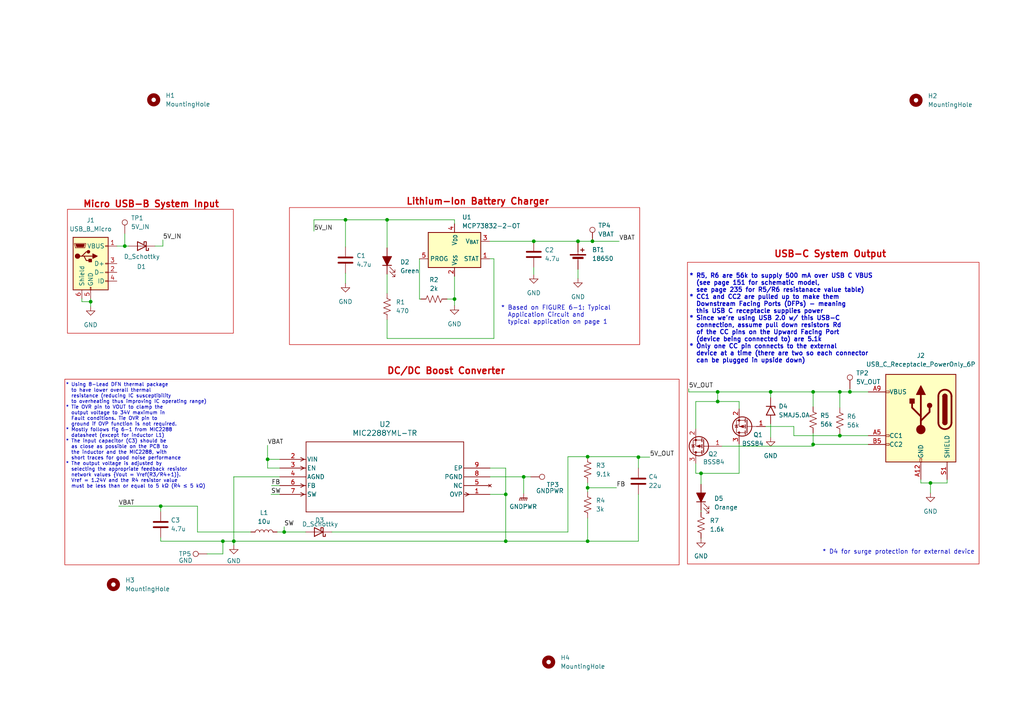
<source format=kicad_sch>
(kicad_sch (version 20230121) (generator eeschema)
  (paper "A4")
  (title_block (title "Lithium-Ion Battery Charger Schematic") (date "2024-07-29") (rev "1") (company "Author: Logan Kesting"))
  (lib_symbols
    (symbol "Battery_Management:MCP73832-2-OT"
      (property "Reference" "U" (at -7.62 6.35 0))
      (property "Value" "MCP73832-2-OT" (at 1.27 6.35 0))
      (symbol "MCP73832-2-OT_0_1"
        (rectangle (start -7.62 5.08) (end 7.62 -5.08) (stroke (width 0.254)) (fill (type background)))
      )
      (symbol "MCP73832-2-OT_1_1"
        (pin output line (at 10.16 -2.54 180) (length 2.54) (name "STAT") (number "1"))
        (pin power_in line (at 0 -7.62 90) (length 2.54) (name "V_{SS}") (number "2"))
        (pin power_out line (at 10.16 2.54 180) (length 2.54) (name "V_{BAT}") (number "3"))
        (pin power_in line (at 0 7.62 270) (length 2.54) (name "V_{DD}") (number "4"))
        (pin input line (at -10.16 -2.54 0) (length 2.54) (name "PROG") (number "5"))
      )
    )
    (symbol "Connector:TestPoint" (pin_numbers hide) (pin_names (offset 0.762) hide)
      (property "Reference" "TP" (at 0 6.858 0))
      (property "Value" "TestPoint" (at 0 5.08 0))
      (symbol "TestPoint_0_1"
        (circle (center 0 3.302) (radius 0.762))
      )
      (symbol "TestPoint_1_1"
        (pin passive line (at 0 0 90) (length 2.54) (name "1") (number "1"))
      )
    )
    (symbol "Connector:USB_B_Micro" (pin_names (offset 1.016))
      (property "Reference" "J" (at -5.08 11.43 0))
      (property "Value" "USB_B_Micro" (at -5.08 8.89 0))
      (symbol "USB_B_Micro_0_1"
        (rectangle (start -5.08 -7.62) (end 5.08 7.62) (stroke (width 0.254)) (fill (type background)))
        (circle (center -3.81 2.159) (radius 0.635) (stroke (width 0.254)) (fill (type outline)))
        (circle (center -0.635 3.429) (radius 0.381) (stroke (width 0.254)) (fill (type outline)))
        (rectangle (start -0.127 -7.62) (end 0.127 -6.858))
        (polyline (pts (xy -1.905 2.159) (xy 0.635 2.159)) (stroke (width 0.254)))
        (polyline (pts (xy -3.175 2.159) (xy -2.54 2.159) (xy -1.27 3.429) (xy -0.635 3.429)) (stroke (width 0.254)))
        (polyline (pts (xy -2.54 2.159) (xy -1.905 2.159) (xy -1.27 0.889) (xy 0 0.889)) (stroke (width 0.254)))
        (polyline (pts (xy 0.635 2.794) (xy 0.635 1.524) (xy 1.905 2.159) (xy 0.635 2.794)) (stroke (width 0.254)) (fill (type outline)))
        (polyline (pts (xy -4.318 5.588) (xy -1.778 5.588) (xy -2.032 4.826) (xy -4.064 4.826) (xy -4.318 5.588)) (fill (type outline)))
        (polyline (pts (xy -4.699 5.842) (xy -4.699 5.588) (xy -4.445 4.826) (xy -4.445 4.572) (xy -1.651 4.572) (xy -1.651 4.826) (xy -1.397 5.588) (xy -1.397 5.842) (xy -4.699 5.842)))
        (rectangle (start 0.254 1.27) (end -0.508 0.508) (stroke (width 0.254)) (fill (type outline)))
        (rectangle (start 5.08 -5.207) (end 4.318 -4.953))
        (rectangle (start 5.08 -2.667) (end 4.318 -2.413))
        (rectangle (start 5.08 -0.127) (end 4.318 0.127))
        (rectangle (start 5.08 4.953) (end 4.318 5.207))
      )
      (symbol "USB_B_Micro_1_1"
        (pin power_out line (at 7.62 5.08 180) (length 2.54) (name "VBUS") (number "1"))
        (pin bidirectional line (at 7.62 -2.54 180) (length 2.54) (name "D-") (number "2"))
        (pin bidirectional line (at 7.62 0 180) (length 2.54) (name "D+") (number "3"))
        (pin passive line (at 7.62 -5.08 180) (length 2.54) (name "ID") (number "4"))
        (pin power_out line (at 0 -10.16 90) (length 2.54) (name "GND") (number "5"))
        (pin passive line (at -2.54 -10.16 90) (length 2.54) (name "Shield") (number "6"))
      )
    )
    (symbol "Connector:USB_C_Receptacle_PowerOnly_6P" (pin_names (offset 1.016))
      (property "Reference" "J" (at 0 16.51 0))
      (property "Value" "USB_C_Receptacle_PowerOnly_6P" (at 0 13.97 0))
      (symbol "USB_C_Receptacle_PowerOnly_6P_0_0"
        (rectangle (start -0.254 -12.7) (end 0.254 -11.684))
        (rectangle (start 10.16 -7.366) (end 9.144 -7.874))
        (rectangle (start 10.16 -4.826) (end 9.144 -5.334))
        (rectangle (start 10.16 7.874) (end 9.144 7.366))
      )
      (symbol "USB_C_Receptacle_PowerOnly_6P_0_1"
        (rectangle (start -10.16 12.7) (end 10.16 -12.7) (stroke (width 0.254)) (fill (type background)))
        (arc (start -8.89 -1.27) (mid -6.985 -3.1667) (end -5.08 -1.27) (stroke (width 0.508)))
        (arc (start -7.62 -1.27) (mid -6.985 -1.9023) (end -6.35 -1.27) (stroke (width 0.254)))
        (arc (start -7.62 -1.27) (mid -6.985 -1.9023) (end -6.35 -1.27) (stroke (width 0.254)) (fill (type outline)))
        (rectangle (start -7.62 -1.27) (end -6.35 6.35) (stroke (width 0.254)) (fill (type outline)))
        (arc (start -6.35 6.35) (mid -6.985 6.9823) (end -7.62 6.35) (stroke (width 0.254)))
        (arc (start -6.35 6.35) (mid -6.985 6.9823) (end -7.62 6.35) (stroke (width 0.254)) (fill (type outline)))
        (arc (start -5.08 6.35) (mid -6.985 8.2467) (end -8.89 6.35) (stroke (width 0.508)))
        (circle (center -2.54 3.683) (radius 0.635) (stroke (width 0.254)) (fill (type outline)))
        (circle (center 0 -3.302) (radius 1.27) (fill (type outline)))
        (polyline (pts (xy -8.89 -1.27) (xy -8.89 6.35)) (stroke (width 0.508)))
        (polyline (pts (xy -5.08 6.35) (xy -5.08 -1.27)) (stroke (width 0.508)))
        (polyline (pts (xy 0 -3.302) (xy 0 6.858)) (stroke (width 0.508)))
        (polyline (pts (xy 0 -0.762) (xy -2.54 1.778) (xy -2.54 3.048)) (stroke (width 0.508)))
        (polyline (pts (xy 0 0.508) (xy 2.54 3.048) (xy 2.54 4.318)) (stroke (width 0.508)))
        (polyline (pts (xy -1.27 6.858) (xy 0 9.398) (xy 1.27 6.858) (xy -1.27 6.858)) (stroke (width 0.254)) (fill (type outline)))
        (rectangle (start 1.905 4.318) (end 3.175 5.588) (stroke (width 0.254)) (fill (type outline)))
      )
      (symbol "USB_C_Receptacle_PowerOnly_6P_1_1"
        (pin passive line (at 0 -17.78 90) (length 5.08) (name "GND") (number "A12"))
        (pin bidirectional line (at 15.24 -5.08 180) (length 5.08) (name "CC1") (number "A5"))
        (pin passive line (at 15.24 7.62 180) (length 5.08) (name "VBUS") (number "A9"))
        (pin passive line (at 0 -17.78 90) (length 5.08) hide (name "GND") (number "B12"))
        (pin bidirectional line (at 15.24 -7.62 180) (length 5.08) (name "CC2") (number "B5"))
        (pin passive line (at 15.24 7.62 180) (length 5.08) hide (name "VBUS") (number "B9"))
        (pin passive line (at -7.62 -17.78 90) (length 5.08) (name "SHIELD") (number "S1"))
      )
    )
    (symbol "Device:Battery_Cell" (pin_numbers hide) (pin_names (offset 0) hide)
      (property "Reference" "BT" (at 2.54 2.54 0))
      (property "Value" "Battery_Cell" (at 2.54 0 0))
      (symbol "Battery_Cell_0_1"
        (rectangle (start -2.286 1.778) (end 2.286 1.524) (fill (type outline)))
        (rectangle (start -1.524 1.016) (end 1.524 0.508) (fill (type outline)))
        (polyline (pts (xy 0 0.762) (xy 0 0)))
        (polyline (pts (xy 0 1.778) (xy 0 2.54)))
        (polyline (pts (xy 0.762 3.048) (xy 1.778 3.048)) (stroke (width 0.254)))
        (polyline (pts (xy 1.27 3.556) (xy 1.27 2.54)) (stroke (width 0.254)))
      )
      (symbol "Battery_Cell_1_1"
        (pin passive line (at 0 5.08 270) (length 2.54) (name "+") (number "1"))
        (pin passive line (at 0 -2.54 90) (length 2.54) (name "-") (number "2"))
      )
    )
    (symbol "Device:C" (pin_numbers hide) (pin_names (offset 0.254))
      (property "Reference" "C" (at 0.635 2.54 0))
      (property "Value" "C" (at 0.635 -2.54 0))
      (symbol "C_0_1"
        (polyline (pts (xy -2.032 -0.762) (xy 2.032 -0.762)) (stroke (width 0.508)))
        (polyline (pts (xy -2.032 0.762) (xy 2.032 0.762)) (stroke (width 0.508)))
      )
      (symbol "C_1_1"
        (pin passive line (at 0 3.81 270) (length 2.794) (name "~") (number "1"))
        (pin passive line (at 0 -3.81 90) (length 2.794) (name "~") (number "2"))
      )
    )
    (symbol "Device:D_Schottky" (pin_numbers hide) (pin_names (offset 1.016) hide)
      (property "Reference" "D" (at 0 2.54 0))
      (property "Value" "D_Schottky" (at 0 -2.54 0))
      (symbol "D_Schottky_0_1"
        (polyline (pts (xy 1.27 0) (xy -1.27 0)))
        (polyline (pts (xy 1.27 1.27) (xy 1.27 -1.27) (xy -1.27 0) (xy 1.27 1.27)) (stroke (width 0.254)))
        (polyline (pts (xy -1.905 0.635) (xy -1.905 1.27) (xy -1.27 1.27) (xy -1.27 -1.27) (xy -0.635 -1.27) (xy -0.635 -0.635)) (stroke (width 0.254)))
      )
      (symbol "D_Schottky_1_1"
        (pin passive line (at -3.81 0 0) (length 2.54) (name "K") (number "1"))
        (pin passive line (at 3.81 0 180) (length 2.54) (name "A") (number "2"))
      )
    )
    (symbol "Device:L" (pin_numbers hide) (pin_names (offset 1.016) hide)
      (property "Reference" "L" (at -1.27 0 90))
      (property "Value" "L" (at 1.905 0 90))
      (symbol "L_0_1"
        (arc (start 0 -2.54) (mid 0.6323 -1.905) (end 0 -1.27))
        (arc (start 0 -1.27) (mid 0.6323 -0.635) (end 0 0))
        (arc (start 0 0) (mid 0.6323 0.635) (end 0 1.27))
        (arc (start 0 1.27) (mid 0.6323 1.905) (end 0 2.54))
      )
      (symbol "L_1_1"
        (pin passive line (at 0 3.81 270) (length 1.27) (name "1") (number "1"))
        (pin passive line (at 0 -3.81 90) (length 1.27) (name "2") (number "2"))
      )
    )
    (symbol "Device:LED_Filled" (pin_numbers hide) (pin_names (offset 1.016) hide)
      (property "Reference" "D" (at 0 2.54 0))
      (property "Value" "LED_Filled" (at 0 -2.54 0))
      (symbol "LED_Filled_0_1"
        (polyline (pts (xy -1.27 -1.27) (xy -1.27 1.27)) (stroke (width 0.254)))
        (polyline (pts (xy -1.27 0) (xy 1.27 0)))
        (polyline (pts (xy 1.27 -1.27) (xy 1.27 1.27) (xy -1.27 0) (xy 1.27 -1.27)) (stroke (width 0.254)) (fill (type outline)))
        (polyline (pts (xy -3.048 -0.762) (xy -4.572 -2.286) (xy -3.81 -2.286) (xy -4.572 -2.286) (xy -4.572 -1.524)))
        (polyline (pts (xy -1.778 -0.762) (xy -3.302 -2.286) (xy -2.54 -2.286) (xy -3.302 -2.286) (xy -3.302 -1.524)))
      )
      (symbol "LED_Filled_1_1"
        (pin passive line (at -3.81 0 0) (length 2.54) (name "K") (number "1"))
        (pin passive line (at 3.81 0 180) (length 2.54) (name "A") (number "2"))
      )
    )
    (symbol "Device:R_US" (pin_numbers hide) (pin_names (offset 0))
      (property "Reference" "R" (at 2.54 0 90))
      (property "Value" "R_US" (at -2.54 0 90))
      (symbol "R_US_0_1"
        (polyline (pts (xy 0 -2.286) (xy 0 -2.54)))
        (polyline (pts (xy 0 2.286) (xy 0 2.54)))
        (polyline (pts (xy 0 -0.762) (xy 1.016 -1.143) (xy 0 -1.524) (xy -1.016 -1.905) (xy 0 -2.286)))
        (polyline (pts (xy 0 0.762) (xy 1.016 0.381) (xy 0 0) (xy -1.016 -0.381) (xy 0 -0.762)))
        (polyline (pts (xy 0 2.286) (xy 1.016 1.905) (xy 0 1.524) (xy -1.016 1.143) (xy 0 0.762)))
      )
      (symbol "R_US_1_1"
        (pin passive line (at 0 3.81 270) (length 1.27) (name "~") (number "1"))
        (pin passive line (at 0 -3.81 90) (length 1.27) (name "~") (number "2"))
      )
    )
    (symbol "Diode:SMAJ5.0A" (pin_numbers hide) (pin_names (offset 1.016) hide)
      (property "Reference" "D" (at 0 2.54 0))
      (property "Value" "SMAJ5.0A" (at 0 -2.54 0))
      (symbol "SMAJ5.0A_0_1"
        (polyline (pts (xy -0.762 1.27) (xy -1.27 1.27) (xy -1.27 -1.27)) (stroke (width 0.254)))
        (polyline (pts (xy 1.27 1.27) (xy 1.27 -1.27) (xy -1.27 0) (xy 1.27 1.27)) (stroke (width 0.254)))
      )
      (symbol "SMAJ5.0A_1_1"
        (pin passive line (at -3.81 0 0) (length 2.54) (name "A1") (number "1"))
        (pin passive line (at 3.81 0 180) (length 2.54) (name "A2") (number "2"))
      )
    )
    (symbol "MIC2288:MIC2288YML-TR" (pin_names (offset 0.254))
      (property "Reference" "U2" (at 30.48 10.16 0))
      (property "Value" "MIC2288YML-TR" (at 30.48 7.62 0))
      (symbol "MIC2288YML-TR_0_1"
        (polyline (pts (xy 7.0993 -10.16) (xy 6.0579 -10.6807)) (stroke (width 0.2032)))
        (polyline (pts (xy 7.0993 -10.16) (xy 6.0579 -9.6393)) (stroke (width 0.2032)))
        (polyline (pts (xy 7.0993 -7.62) (xy 6.0579 -8.1407)) (stroke (width 0.2032)))
        (polyline (pts (xy 7.0993 -7.62) (xy 6.0579 -7.0993)) (stroke (width 0.2032)))
        (polyline (pts (xy 7.0993 -2.54) (xy 6.0579 -3.0607)) (stroke (width 0.2032)))
        (polyline (pts (xy 7.0993 -2.54) (xy 6.0579 -2.0193)) (stroke (width 0.2032)))
        (polyline (pts (xy 7.0993 0) (xy 6.0579 -0.5207)) (stroke (width 0.2032)))
        (polyline (pts (xy 7.0993 0) (xy 6.0579 0.5207)) (stroke (width 0.2032)))
        (polyline (pts (xy 7.62 -15.24) (xy 53.34 -15.24)) (stroke (width 0.2032)))
        (polyline (pts (xy 7.62 5.08) (xy 7.62 -15.24)) (stroke (width 0.2032)))
        (polyline (pts (xy 53.34 -15.24) (xy 53.34 5.08)) (stroke (width 0.2032)))
        (polyline (pts (xy 53.34 5.08) (xy 7.62 5.08)) (stroke (width 0.2032)))
        (polyline (pts (xy 53.8607 -10.6807) (xy 54.9021 -10.16)) (stroke (width 0.2032)))
        (polyline (pts (xy 53.8607 -9.6393) (xy 54.9021 -10.16)) (stroke (width 0.2032)))
        (pin output line (at 60.96 -10.16 180) (length 7.62) (name "OVP") (number "1"))
        (pin input line (at 0 0 0) (length 7.62) (name "VIN") (number "2"))
        (pin input line (at 0 -2.54 0) (length 7.62) (name "EN") (number "3"))
        (pin power_in line (at 0 -5.08 0) (length 7.62) (name "AGND") (number "4"))
        (pin no_connect line (at 60.96 -7.62 180) (length 7.62) (name "NC") (number "5"))
        (pin input line (at 0 -7.62 0) (length 7.62) (name "FB") (number "6"))
        (pin input line (at 0 -10.16 0) (length 7.62) (name "SW") (number "7"))
        (pin power_in line (at 60.96 -5.08 180) (length 7.62) (name "PGND") (number "8"))
      )
      (symbol "MIC2288YML-TR_1_1"
        (pin unspecified line (at 60.96 -2.54 180) (length 7.62) (name "EP") (number "9"))
      )
    )
    (symbol "Mechanical:MountingHole" (pin_names (offset 1.016))
      (property "Reference" "H" (at 0 5.08 0))
      (property "Value" "MountingHole" (at 0 3.175 0))
      (symbol "MountingHole_0_1"
        (circle (center 0 0) (radius 1.27) (stroke (width 1.27)))
      )
    )
    (symbol "Transistor_FET:BSS84" (pin_names hide)
      (property "Reference" "Q" (at 5.08 1.905 0))
      (property "Value" "BSS84" (at 5.08 0 0))
      (symbol "BSS84_0_1"
        (polyline (pts (xy 0.254 0) (xy -2.54 0)))
        (polyline (pts (xy 0.254 1.905) (xy 0.254 -1.905)) (stroke (width 0.254)))
        (polyline (pts (xy 0.762 -1.27) (xy 0.762 -2.286)) (stroke (width 0.254)))
        (polyline (pts (xy 0.762 0.508) (xy 0.762 -0.508)) (stroke (width 0.254)))
        (polyline (pts (xy 0.762 2.286) (xy 0.762 1.27)) (stroke (width 0.254)))
        (polyline (pts (xy 2.54 2.54) (xy 2.54 1.778)))
        (polyline (pts (xy 2.54 -2.54) (xy 2.54 0) (xy 0.762 0)))
        (polyline (pts (xy 0.762 1.778) (xy 3.302 1.778) (xy 3.302 -1.778) (xy 0.762 -1.778)))
        (polyline (pts (xy 2.286 0) (xy 1.27 0.381) (xy 1.27 -0.381) (xy 2.286 0)) (fill (type outline)))
        (polyline (pts (xy 2.794 -0.508) (xy 2.921 -0.381) (xy 3.683 -0.381) (xy 3.81 -0.254)))
        (polyline (pts (xy 3.302 -0.381) (xy 2.921 0.254) (xy 3.683 0.254) (xy 3.302 -0.381)))
        (circle (center 1.651 0) (radius 2.794) (stroke (width 0.254)))
        (circle (center 2.54 -1.778) (radius 0.254) (fill (type outline)))
        (circle (center 2.54 1.778) (radius 0.254) (fill (type outline)))
      )
      (symbol "BSS84_1_1"
        (pin input line (at -5.08 0 0) (length 2.54) (name "G") (number "1"))
        (pin passive line (at 2.54 -5.08 90) (length 2.54) (name "S") (number "2"))
        (pin passive line (at 2.54 5.08 270) (length 2.54) (name "D") (number "3"))
      )
    )
    (symbol "power:GND" (power) (pin_names (offset 0))
      (property "Value" "GND" (at 0 -3.81 0))
      (symbol "GND_0_1"
        (polyline (pts (xy 0 0) (xy 0 -1.27) (xy 1.27 -1.27) (xy 0 -2.54) (xy -1.27 -1.27) (xy 0 -1.27)))
      )
      (symbol "GND_1_1"
        (pin power_in line (at 0 0 270) (length 0) hide (name "GND") (number "1"))
      )
    )
    (symbol "power:GNDPWR" (power) (pin_names (offset 0))
      (property "Value" "GNDPWR" (at 0 -3.302 0))
      (symbol "GNDPWR_0_1"
        (polyline (pts (xy 0 -1.27) (xy 0 0)))
        (polyline (pts (xy -1.016 -1.27) (xy -1.27 -2.032) (xy -1.27 -2.032)) (stroke (width 0.2032)))
        (polyline (pts (xy -0.508 -1.27) (xy -0.762 -2.032) (xy -0.762 -2.032)) (stroke (width 0.2032)))
        (polyline (pts (xy 0 -1.27) (xy -0.254 -2.032) (xy -0.254 -2.032)) (stroke (width 0.2032)))
        (polyline (pts (xy 0.508 -1.27) (xy 0.254 -2.032) (xy 0.254 -2.032)) (stroke (width 0.2032)))
        (polyline (pts (xy 1.016 -1.27) (xy -1.016 -1.27) (xy -1.016 -1.27)) (stroke (width 0.2032)))
        (polyline (pts (xy 1.016 -1.27) (xy 0.762 -2.032) (xy 0.762 -2.032) (xy 0.762 -2.032)) (stroke (width 0.2032)))
      )
      (symbol "GNDPWR_1_1"
        (pin power_in line (at 0 0 270) (length 0) hide (name "GNDPWR") (number "1"))
      )
    )
  )
  (junction (at 235.839 128.905))
  (junction (at 243.586 113.665))
  (junction (at 246.507 113.665))
  (junction (at 170.434 156.972))
  (junction (at 146.685 143.383))
  (junction (at 208.153 116.459))
  (junction (at 36.195 71.374))
  (junction (at 146.685 156.972))
  (junction (at 100.203 63.754))
  (junction (at 185.166 132.588))
  (junction (at 82.423 154.305))
  (junction (at 203.327 137.287))
  (junction (at 112.268 63.754))
  (junction (at 131.826 86.741))
  (junction (at 151.892 138.303))
  (junction (at 46.609 146.812))
  (junction (at 77.6175 133.223))
  (junction (at 64.643 156.972))
  (junction (at 243.586 126.365))
  (junction (at 154.813 69.977))
  (junction (at 170.434 132.461))
  (junction (at 269.875 140.081))
  (junction (at 171.831 69.977))
  (junction (at 170.434 141.478))
  (junction (at 67.818 156.972))
  (junction (at 235.839 113.665))
  (junction (at 208.153 113.665))
  (junction (at 26.289 87.503))
  (junction (at 167.64 69.977))
  (junction (at 223.52 113.665))
  (wire (pts (xy 77.597 129.159) (xy 77.597 133.223)))
  (wire (pts (xy 235.839 113.665) (xy 243.586 113.665)))
  (wire (pts (xy 96.266 154.305) (xy 164.719 154.305)))
  (wire (pts (xy 201.803 134.493) (xy 201.803 137.287)))
  (wire (pts (xy 167.64 78.105) (xy 167.64 80.772)))
  (wire (pts (xy 230.251 126.365) (xy 243.586 126.365)))
  (wire (pts (xy 112.268 92.71) (xy 112.268 98.171)))
  (wire (pts (xy 46.609 156.972) (xy 64.643 156.972)))
  (wire (pts (xy 235.839 128.905) (xy 251.841 128.905)))
  (wire (pts (xy 274.701 139.065) (xy 274.701 140.081)))
  (wire (pts (xy 67.7672 138.3284) (xy 67.7672 138.303)))
  (wire (pts (xy 77.6175 133.223) (xy 77.6175 135.763)))
  (wire (pts (xy 67.7672 138.303) (xy 81.153 138.303)))
  (wire (pts (xy 36.195 67.818) (xy 36.195 71.374)))
  (wire (pts (xy 91.059 63.754) (xy 91.059 67.056)))
  (wire (pts (xy 235.839 125.603) (xy 235.839 128.905)))
  (wire (pts (xy 167.64 70.485) (xy 167.64 69.977)))
  (wire (pts (xy 203.327 148.082) (xy 203.327 148.463)))
  (wire (pts (xy 201.803 116.459) (xy 208.153 116.459)))
  (wire (pts (xy 46.609 146.812) (xy 46.609 148.336)))
  (wire (pts (xy 167.64 69.977) (xy 171.831 69.977)))
  (wire (pts (xy 201.803 124.333) (xy 201.803 116.459)))
  (wire (pts (xy 100.203 63.754) (xy 112.268 63.754)))
  (wire (pts (xy 37.338 71.374) (xy 36.195 71.374)))
  (wire (pts (xy 235.839 113.665) (xy 235.839 117.983)))
  (wire (pts (xy 154.813 77.597) (xy 154.813 79.629)))
  (wire (pts (xy 154.813 69.977) (xy 141.986 69.977)))
  (wire (pts (xy 46.609 146.812) (xy 57.277 146.812)))
  (wire (pts (xy 67.818 156.972) (xy 67.818 158.115)))
  (wire (pts (xy 57.277 154.305) (xy 57.277 146.812)))
  (wire (pts (xy 146.685 135.763) (xy 146.685 143.383)))
  (wire (pts (xy 185.166 132.588) (xy 185.166 135.763)))
  (wire (pts (xy 243.586 126.365) (xy 251.841 126.365)))
  (wire (pts (xy 46.609 155.956) (xy 46.609 156.972)))
  (wire (pts (xy 267.081 140.081) (xy 269.875 140.081)))
  (wire (pts (xy 223.52 113.665) (xy 235.839 113.665)))
  (wire (pts (xy 131.826 64.897) (xy 131.826 63.754)))
  (wire (pts (xy 214.376 118.618) (xy 214.376 116.459)))
  (wire (pts (xy 100.203 71.628) (xy 100.203 63.754)))
  (wire (pts (xy 243.586 125.857) (xy 243.586 126.365)))
  (wire (pts (xy 230.251 123.698) (xy 230.251 126.365)))
  (wire (pts (xy 82.423 152.781) (xy 82.423 154.305)))
  (wire (pts (xy 208.153 113.665) (xy 223.52 113.665)))
  (wire (pts (xy 77.6175 133.223) (xy 81.153 133.223)))
  (wire (pts (xy 131.826 80.137) (xy 131.826 86.741)))
  (wire (pts (xy 203.327 137.287) (xy 203.327 140.462)))
  (wire (pts (xy 185.166 132.588) (xy 188.468 132.588)))
  (wire (pts (xy 112.268 98.171) (xy 143.256 98.171)))
  (wire (pts (xy 121.666 86.741) (xy 122.047 86.741)))
  (wire (pts (xy 208.153 113.665) (xy 208.153 116.459)))
  (wire (pts (xy 235.839 129.413) (xy 235.839 128.905)))
  (wire (pts (xy 170.434 140.081) (xy 170.434 141.478)))
  (wire (pts (xy 141.986 75.057) (xy 143.256 75.057)))
  (wire (pts (xy 185.166 156.972) (xy 170.434 156.972)))
  (wire (pts (xy 170.434 150.241) (xy 170.434 156.972)))
  (wire (pts (xy 164.719 132.461) (xy 164.719 154.305)))
  (wire (pts (xy 151.892 138.303) (xy 153.924 138.303)))
  (wire (pts (xy 142.113 138.303) (xy 151.892 138.303)))
  (wire (pts (xy 46.609 146.812) (xy 34.417 146.812)))
  (wire (pts (xy 170.434 132.461) (xy 164.719 132.461)))
  (wire (pts (xy 112.268 63.754) (xy 112.268 71.882)))
  (wire (pts (xy 214.376 137.287) (xy 214.376 128.778)))
  (wire (pts (xy 78.74 140.843) (xy 81.153 140.843)))
  (wire (pts (xy 33.909 71.374) (xy 36.195 71.374)))
  (wire (pts (xy 243.586 113.665) (xy 246.507 113.665)))
  (wire (pts (xy 80.391 154.305) (xy 82.423 154.305)))
  (wire (pts (xy 23.749 86.614) (xy 23.749 87.503)))
  (wire (pts (xy 170.434 141.478) (xy 170.434 142.621)))
  (wire (pts (xy 246.507 113.665) (xy 251.841 113.665)))
  (wire (pts (xy 203.327 156.083) (xy 203.327 156.21)))
  (wire (pts (xy 203.327 137.287) (xy 214.376 137.287)))
  (wire (pts (xy 64.643 156.972) (xy 67.818 156.972)))
  (wire (pts (xy 143.256 98.171) (xy 143.256 75.057)))
  (wire (pts (xy 223.52 113.665) (xy 223.52 115.316)))
  (wire (pts (xy 269.875 140.081) (xy 269.875 143.002)))
  (wire (pts (xy 112.268 79.502) (xy 112.268 85.09)))
  (wire (pts (xy 151.892 138.303) (xy 151.892 143.129)))
  (wire (pts (xy 88.646 154.305) (xy 82.423 154.305)))
  (wire (pts (xy 91.059 63.754) (xy 100.203 63.754)))
  (wire (pts (xy 243.586 113.665) (xy 243.586 118.237)))
  (wire (pts (xy 60.071 160.655) (xy 64.643 160.655)))
  (wire (pts (xy 199.771 112.776) (xy 199.771 113.665)))
  (wire (pts (xy 81.153 143.383) (xy 78.613 143.383)))
  (wire (pts (xy 208.153 116.459) (xy 214.376 116.459)))
  (wire (pts (xy 246.507 112.776) (xy 246.507 113.665)))
  (wire (pts (xy 201.803 137.287) (xy 203.327 137.287)))
  (wire (pts (xy 274.701 140.081) (xy 269.875 140.081)))
  (wire (pts (xy 67.818 138.3284) (xy 67.818 156.972)))
  (wire (pts (xy 131.826 88.646) (xy 131.826 86.741)))
  (wire (pts (xy 44.958 71.374) (xy 47.244 71.374)))
  (wire (pts (xy 171.831 69.977) (xy 179.578 69.977)))
  (wire (pts (xy 121.666 75.057) (xy 121.666 86.741)))
  (wire (pts (xy 142.113 143.383) (xy 146.685 143.383)))
  (wire (pts (xy 223.52 122.936) (xy 223.52 126.873)))
  (wire (pts (xy 170.434 156.972) (xy 146.685 156.972)))
  (wire (pts (xy 146.685 156.972) (xy 67.818 156.972)))
  (wire (pts (xy 26.289 86.614) (xy 26.289 87.503)))
  (wire (pts (xy 209.423 129.413) (xy 235.839 129.413)))
  (wire (pts (xy 23.749 87.503) (xy 26.289 87.503)))
  (wire (pts (xy 129.667 86.741) (xy 131.826 86.741)))
  (wire (pts (xy 185.166 132.461) (xy 185.166 132.588)))
  (wire (pts (xy 67.818 138.3284) (xy 67.7672 138.3284)))
  (wire (pts (xy 77.6175 133.223) (xy 77.597 133.223)))
  (wire (pts (xy 167.64 69.977) (xy 154.813 69.977)))
  (wire (pts (xy 26.289 87.503) (xy 26.289 88.9)))
  (wire (pts (xy 77.6175 135.763) (xy 81.153 135.763)))
  (wire (pts (xy 100.203 79.248) (xy 100.203 82.169)))
  (wire (pts (xy 170.434 141.478) (xy 178.816 141.478)))
  (wire (pts (xy 47.244 69.596) (xy 47.244 71.374)))
  (wire (pts (xy 199.771 113.665) (xy 208.153 113.665)))
  (wire (pts (xy 57.277 154.305) (xy 72.771 154.305)))
  (wire (pts (xy 64.643 160.655) (xy 64.643 156.972)))
  (wire (pts (xy 131.826 63.754) (xy 112.268 63.754)))
  (wire (pts (xy 142.113 135.763) (xy 146.685 135.763)))
  (wire (pts (xy 146.685 143.383) (xy 146.685 156.972)))
  (wire (pts (xy 170.434 132.461) (xy 185.166 132.461)))
  (wire (pts (xy 185.166 143.383) (xy 185.166 156.972)))
  (wire (pts (xy 267.081 139.065) (xy 267.081 140.081)))
  (wire (pts (xy 221.996 123.698) (xy 230.251 123.698)))
  (rectangle (start 19.558 60.706) (end 67.691 96.647) (stroke (width 0) (color 194 0 0 1)))
  (rectangle (start 199.39 76.073) (end 283.972 163.576) (stroke (width 0) (color 194 0 0 1)))
  (rectangle (start 18.796 109.982) (end 196.977 163.83) (stroke (width 0) (color 194 0 0 1)))
  (rectangle (start 83.947 60.198) (end 185.547 99.949) (stroke (width 0) (color 194 0 0 1)))
  (text "USB-C System Output" (at 224.409 74.93 0) (effects (font (size 1.905 1.905) (thickness 0.381) bold) (justify left bottom)))
  (text "* R5, R6 are 56k to supply 500 mA over USB C VBUS \n  (see page 151 for schematic model, \n  see page 235 for R5/R6 resistanace value table)\n* CC1 and CC2 are pulled up to make them\n  Downstream Facing Ports (DFPs) - meaning \n  this USB C receptacle supplies power\n* Since we're using USB 2.0 w/ this USB-C\n  connection, assume pull down resistors Rd \n  of the CC pins on the Upward Facing Port \n  (device being connected to) are 5.1k\n* Only one CC pin connects to the external \n  device at a time (there are two so each connector\n  can be plugged in upside down)" (at 199.898 105.41 0) (effects (font (size 1.27 1.27) (thickness 0.254) bold) (justify left bottom)))
  (text "Lithium-Ion Battery Charger" (at 117.729 59.69 0) (effects (font (size 1.905 1.905) (thickness 0.381) bold) (justify left bottom)))
  (text "* Using 8-Lead DFN thermal package\n  to have lower overall thermal \n  resistance (reducing IC susceptibility \n  to overheating thus improving IC operating range)\n* Tie OVR pin to VOUT to clamp the\n  output voltage to 34V maximum in \n  Fault conditions. Tie OVR pin to \n  ground if OVP function is not required.\n* Mostly follows fig 6-1 from MIC2288 \n  datasheet (except for inductor L1)\n* The input capacitor (C3) should be\n  as close as possible on the PCB to \n  the inductor and the MIC2288, with \n  short traces for good noise performance\n* The output voltage is adjusted by \n  selecting the appropriate feedback resistor\n  network values {Vout = Vref(R3/R4+1)}.\n  Vref = 1.24V and the R4 resistor value \n  must be less than or equal to 5 kΩ (R4 ≤ 5 kΩ)" (at 19.05 141.732 0) (effects (font (size 1.016 1.016)) (justify left bottom)))
  (text "* Based on FIGURE 6-1: Typical \n  Application Circuit and \n  typical application on page 1" (at 145.288 94.234 0) (effects (font (size 1.27 1.27)) (justify left bottom)))
  (text "DC/DC Boost Converter" (at 112.141 108.839 0) (effects (font (size 1.905 1.905) (thickness 0.381) bold) (justify left bottom)))
  (text "* D4 for surge protection for external device" (at 238.506 160.909 0) (effects (font (size 1.27 1.27)) (justify left bottom)))
  (text "Micro USB-B System Input" (at 24.003 60.452 0) (effects (font (size 1.905 1.905) (thickness 0.381) bold) (justify left bottom)))
  (label "VBAT" (at 34.417 146.812 0))
  (label "SW" (at 82.423 152.781 0))
  (label "FB" (at 178.816 141.478 0))
  (label "VBAT" (at 179.578 69.977 0))
  (label "5V_IN" (at 47.244 69.596 0))
  (label "FB" (at 78.74 140.843 0))
  (label "5V_IN" (at 91.059 67.056 0))
  (label "5V_OUT" (at 188.468 132.588 0))
  (label "5V_OUT" (at 199.771 112.776 0))
  (label "VBAT" (at 77.597 129.159 0))
  (label "SW" (at 78.613 143.383 0))
  (symbol (lib_id "Device:R_US") (at 112.268 88.9 0) (unit 1)
    (property "Reference" "R1" (at 114.808 87.63 0) (effects (justify left)))
    (property "Value" "470" (at 114.808 90.17 0) (effects (justify left)))
    (property "Footprint" "Resistor_SMD:R_1206_3216Metric_Pad1.30x1.75mm_HandSolder" (effects hide))
    (property "Datasheet" "https://www.te.com/usa-en/product-1623517-1.datasheet.pdf" (effects hide))
    (property "Digikey Part Number" "A106077CT-ND" (effects hide))
  )
  (symbol (lib_id "power:GND") (at 203.327 156.21 0) (unit 1)
    (property "Reference" "#PWR05" (effects hide))
    (property "Value" "GND" (at 203.327 161.29 0))
  )
  (symbol (lib_id "MIC2288:MIC2288YML-TR") (at 81.153 133.223 0) (unit 1)
    (property "Reference" "U2" (at 111.633 123.063 0) (effects (font (size 1.524 1.524))))
    (property "Value" "MIC2288YML-TR" (at 111.633 125.603 0) (effects (font (size 1.524 1.524))))
    (property "Footprint" "Package_DFN_QFN:MLF-8_ML_MCH" (effects hide))
    (property "Datasheet" "https://ww1.microchip.com/downloads/en/DeviceDoc/MIC2288-Data-Sheet-DS20006034C.pdf" (effects hide))
    (property "Digikey Part Number" "576-1075-1-ND" (effects hide))
  )
  (symbol (lib_id "Device:LED_Filled") (at 112.268 75.692 90) (unit 1)
    (property "Reference" "D2" (at 116.078 76.0095 90) (effects (justify right)))
    (property "Value" "Green" (at 116.078 78.5495 90) (effects (justify right)))
    (property "Footprint" "LED_SMD:LED_1206_3216Metric_Pad1.42x1.75mm_HandSolder" (effects hide))
    (property "Datasheet" "https://mm.digikey.com/Volume0/opasdata/d220001/medias/docus/655/QTLP650%28C%2CD%29-2%2C3%2C4%2C7%2CB.pdf" (effects hide))
    (property "Digikey Part Number" "1080-1419-1-ND" (effects hide))
  )
  (symbol (lib_id "Mechanical:MountingHole") (at 44.577 28.956 0) (unit 1)
    (property "Reference" "H1" (at 48.006 27.686 0) (effects (justify left)))
    (property "Value" "MountingHole" (at 48.006 30.226 0) (effects (justify left)))
    (property "Footprint" "MountingHole:MountingHole_3mm" (effects hide))
  )
  (symbol (lib_id "Connector:USB_C_Receptacle_PowerOnly_6P") (at 267.081 121.285 0) (mirror y) (unit 1)
    (property "Reference" "J2" (at 267.081 103.124 0))
    (property "Value" "USB_C_Receptacle_PowerOnly_6P" (at 267.081 105.664 0))
    (property "Footprint" "Connector_USB:USB_C_Receptacle_GCT_USB4135-GF-A_6P_TopMnt_Horizontal" (effects hide))
    (property "Datasheet" "https://mm.digikey.com/Volume0/opasdata/d220001/medias/docus/5561/USB4135%20-%20Product%20Drawing.pdf" (effects hide))
    (property "Digikey Part Number" "2073-USB4135-GF-ACT-ND" (effects hide))
  )
  (symbol (lib_id "power:GND") (at 223.52 126.873 0) (unit 1)
    (property "Reference" "#PWR09" (effects hide))
    (property "Value" "GND" (at 223.52 132.207 0))
  )
  (symbol (lib_id "Mechanical:MountingHole") (at 159.131 192.024 0) (unit 1)
    (property "Reference" "H4" (at 162.56 190.754 0) (effects (justify left)))
    (property "Value" "MountingHole" (at 162.56 193.294 0) (effects (justify left)))
    (property "Footprint" "MountingHole:MountingHole_3mm" (effects hide))
  )
  (symbol (lib_id "Transistor_FET:BSS84") (at 216.916 123.698 180) (unit 1)
    (property "Reference" "Q1" (at 221.234 126.111 0) (effects (justify left)))
    (property "Value" "BSS84" (at 221.488 128.651 0) (effects (justify left)))
    (property "Footprint" "Package_TO_SOT_SMD:SOT-23" (effects hide))
    (property "Datasheet" "http://assets.nexperia.com/documents/data-sheet/BSS84.pdf" (effects hide))
    (property "Digikey Part Number" "1727-2931-1-ND" (effects hide))
  )
  (symbol (lib_id "Diode:SMAJ5.0A") (at 223.52 119.126 270) (unit 1)
    (property "Reference" "D4" (at 225.806 117.856 90) (effects (justify left)))
    (property "Value" "SMAJ5.0A" (at 225.806 120.396 90) (effects (justify left)))
    (property "Footprint" "Diode_SMD:D_SMA" (effects hide))
    (property "Datasheet" "https://www.littelfuse.com/media?resourcetype=datasheets&itemid=13c2a823-03b8-4d1f-9ddc-9b44670aed9d&filename=littelfuse-tvs-diode-smaj-datasheet" (effects hide))
    (property "Digikey Part Number" "SMAJ5.0ALFCT-ND" (effects hide))
  )
  (symbol (lib_id "Device:D_Schottky") (at 41.148 71.374 180) (unit 1)
    (property "Reference" "D1" (at 41.021 77.343 0))
    (property "Value" "D_Schottky" (at 41.148 74.422 0))
    (property "Footprint" "Diode_SMD:D_1206_3216Metric_Pad1.42x1.75mm_HandSolder" (effects hide))
    (property "Datasheet" "https://datasheets.kyocera-avx.com/schottky.pdf" (effects hide))
    (property "Digikey Part Number" "478-7806-1-ND" (effects hide))
  )
  (symbol (lib_id "Device:D_Schottky") (at 92.456 154.305 180) (unit 1)
    (property "Reference" "D3" (at 92.71 150.876 0))
    (property "Value" "D_Schottky" (at 92.837 152.019 0))
    (property "Footprint" "Diode_SMD:D_1206_3216Metric_Pad1.42x1.75mm_HandSolder" (effects hide))
    (property "Datasheet" "https://datasheets.kyocera-avx.com/schottky.pdf" (effects hide))
    (property "Digikey Part Number" "478-7806-1-ND" (effects hide))
  )
  (symbol (lib_id "Device:R_US") (at 243.586 122.047 0) (unit 1)
    (property "Reference" "R6" (at 245.618 120.777 0) (effects (justify left)))
    (property "Value" "56k" (at 245.618 123.317 0) (effects (justify left)))
    (property "Footprint" "Resistor_SMD:R_1206_3216Metric_Pad1.30x1.75mm_HandSolder" (effects hide))
    (property "Datasheet" "https://www.seielect.com/catalog/sei-rmcf_rmcp.pdf" (effects hide))
    (property "Digikey Part Number" "RMCF1206JT56K0CT-ND" (effects hide))
  )
  (symbol (lib_id "Device:R_US") (at 125.857 86.741 90) (unit 1)
    (property "Reference" "R2" (at 125.857 81.153 90))
    (property "Value" "2k" (at 125.857 83.693 90))
    (property "Footprint" "Resistor_SMD:R_1206_3216Metric_Pad1.30x1.75mm_HandSolder" (effects hide))
    (property "Datasheet" "https://www.yageo.com/upload/media/product/products/datasheet/rchip/PYu-RC_Group_51_RoHS_L_12.pdf" (effects hide))
    (property "Digikey Part Number" "311-2.00KFRCT-ND" (effects hide))
  )
  (symbol (lib_id "Device:C") (at 185.166 139.573 0) (unit 1)
    (property "Reference" "C4" (at 188.087 138.303 0) (effects (justify left)))
    (property "Value" "22u" (at 188.087 140.843 0) (effects (justify left)))
    (property "Footprint" "Capacitor_SMD:C_1206_3216Metric_Pad1.33x1.80mm_HandSolder" (effects hide))
    (property "Datasheet" "https://datasheets.kyocera-avx.com/cx5r-KGM.pdf" (effects hide))
    (property "Digikey Part Number" "478-KGM31HR50J226KUCT-ND" (effects hide))
  )
  (symbol (lib_id "Device:C") (at 100.203 75.438 0) (unit 1)
    (property "Reference" "C1" (at 103.378 74.168 0) (effects (justify left)))
    (property "Value" "4.7u" (at 103.378 76.708 0) (effects (justify left)))
    (property "Footprint" "Capacitor_SMD:C_1812_4532Metric_Pad1.57x3.40mm_HandSolder" (effects hide))
    (property "Datasheet" "https://content.kemet.com/datasheets/KEM_C1002_X7R_SMD.pdf" (effects hide))
    (property "Digikey Part Number" "399-14738-1-ND" (effects hide))
  )
  (symbol (lib_id "Connector:TestPoint") (at 60.071 160.655 90) (unit 1)
    (property "Reference" "TP5" (at 55.499 160.655 90) (effects (justify left)))
    (property "Value" "GND" (at 55.88 162.56 90) (effects (justify left)))
    (property "Footprint" "TestPoint:TestPoint_THTPad_D2.5mm_Drill1.2mm" (effects hide))
    (property "Datasheet" "https://www.keyelco.com/userAssets/file/M65p56.pdf" (effects hide))
    (property "Digikey Part Number" "36-5001-ND" (effects hide))
  )
  (symbol (lib_id "Device:C") (at 154.813 73.787 0) (unit 1)
    (property "Reference" "C2" (at 157.988 72.517 0) (effects (justify left)))
    (property "Value" "4.7u" (at 157.988 75.057 0) (effects (justify left)))
    (property "Footprint" "Capacitor_SMD:C_1812_4532Metric_Pad1.57x3.40mm_HandSolder" (effects hide))
    (property "Datasheet" "https://content.kemet.com/datasheets/KEM_C1002_X7R_SMD.pdf" (effects hide))
    (property "Digikey Part Number" "399-14738-1-ND" (effects hide))
  )
  (symbol (lib_id "power:GND") (at 154.813 79.629 0) (unit 1)
    (property "Reference" "#PWR03" (effects hide))
    (property "Value" "GND" (at 154.813 84.963 0))
  )
  (symbol (lib_id "Device:LED_Filled") (at 203.327 144.272 90) (unit 1)
    (property "Reference" "D5" (at 207.137 144.5895 90) (effects (justify right)))
    (property "Value" "Orange" (at 207.137 147.1295 90) (effects (justify right)))
    (property "Footprint" "LED_SMD:LED_1206_3216Metric_Pad1.42x1.75mm_HandSolder" (effects hide))
    (property "Datasheet" "https://www.kingbrightusa.com/images/catalog/SPEC/APT3216LSECK-J4-PRV.pdf" (effects hide))
    (property "Digikey Part Number" "754-1941-1-ND" (effects hide))
  )
  (symbol (lib_id "Device:R_US") (at 170.434 146.431 0) (unit 1)
    (property "Reference" "R4" (at 172.847 145.161 0) (effects (justify left)))
    (property "Value" "3k" (at 172.847 147.701 0) (effects (justify left)))
    (property "Footprint" "Resistor_SMD:R_1206_3216Metric_Pad1.30x1.75mm_HandSolder" (effects hide))
    (property "Datasheet" "https://www.yageo.com/upload/media/product/products/datasheet/rchip/PYu-RC_Group_51_RoHS_L_12.pdf" (effects hide))
    (property "Digikey Part Number" "311-3.00KFRCT-ND" (effects hide))
  )
  (symbol (lib_id "Connector:TestPoint") (at 246.507 112.776 0) (unit 1)
    (property "Reference" "TP2" (at 248.285 108.204 0) (effects (justify left)))
    (property "Value" "5V_OUT" (at 248.285 110.744 0) (effects (justify left)))
    (property "Footprint" "TestPoint:TestPoint_THTPad_D2.5mm_Drill1.2mm" (effects hide))
    (property "Datasheet" "https://www.keyelco.com/userAssets/file/M65p56.pdf" (effects hide))
    (property "Digikey Part Number" "36-5001-ND" (effects hide))
  )
  (symbol (lib_id "power:GNDPWR") (at 151.892 143.129 0) (unit 1)
    (property "Reference" "#PWR011" (effects hide))
    (property "Value" "GNDPWR" (at 151.765 146.939 0))
  )
  (symbol (lib_id "Device:R_US") (at 235.839 121.793 0) (unit 1)
    (property "Reference" "R5" (at 237.871 120.523 0) (effects (justify left)))
    (property "Value" "56k" (at 237.871 123.063 0) (effects (justify left)))
    (property "Footprint" "Resistor_SMD:R_1206_3216Metric_Pad1.30x1.75mm_HandSolder" (effects hide))
    (property "Datasheet" "https://www.seielect.com/catalog/sei-rmcf_rmcp.pdf" (effects hide))
    (property "Digikey Part Number" "RMCF1206JT56K0CT-ND" (effects hide))
  )
  (symbol (lib_id "Mechanical:MountingHole") (at 32.893 169.545 0) (unit 1)
    (property "Reference" "H3" (at 36.322 168.275 0) (effects (justify left)))
    (property "Value" "MountingHole" (at 36.322 170.815 0) (effects (justify left)))
    (property "Footprint" "MountingHole:MountingHole_3mm" (effects hide))
  )
  (symbol (lib_id "power:GND") (at 269.875 143.002 0) (unit 1)
    (property "Reference" "#PWR08" (effects hide))
    (property "Value" "GND" (at 269.875 148.336 0))
  )
  (symbol (lib_id "power:GND") (at 67.818 158.115 0) (unit 1)
    (property "Reference" "#PWR07" (effects hide))
    (property "Value" "GND" (at 67.818 162.687 0))
  )
  (symbol (lib_id "Device:L") (at 76.581 154.305 90) (unit 1)
    (property "Reference" "L1" (at 76.581 148.717 90))
    (property "Value" "10u" (at 76.581 151.257 90))
    (property "Footprint" "Inductor_SMD:L_Abracon_ASPI-4030S" (effects hide))
    (property "Datasheet" "https://abracon.com/Magnetics/power/ASPI-4030S.pdf" (effects hide))
    (property "Digikey Part Number" "535-12314-1-ND" (effects hide))
  )
  (symbol (lib_id "Connector:TestPoint") (at 36.195 67.818 0) (unit 1)
    (property "Reference" "TP1" (at 37.973 63.246 0) (effects (justify left)))
    (property "Value" "5V_IN" (at 37.973 65.786 0) (effects (justify left)))
    (property "Footprint" "TestPoint:TestPoint_THTPad_D2.5mm_Drill1.2mm" (effects hide))
    (property "Datasheet" "https://www.keyelco.com/userAssets/file/M65p56.pdf" (effects hide))
    (property "Digikey Part Number" "36-5001-ND" (effects hide))
  )
  (symbol (lib_id "power:GND") (at 100.203 82.169 0) (unit 1)
    (property "Reference" "#PWR01" (effects hide))
    (property "Value" "GND" (at 100.203 87.503 0))
  )
  (symbol (lib_id "Device:R_US") (at 203.327 152.273 0) (unit 1)
    (property "Reference" "R7" (at 205.867 151.003 0) (effects (justify left)))
    (property "Value" "1.6k" (at 205.867 153.543 0) (effects (justify left)))
    (property "Footprint" "Resistor_SMD:R_1206_3216Metric_Pad1.30x1.75mm_HandSolder" (effects hide))
    (property "Datasheet" "https://www.yageo.com/upload/media/product/products/datasheet/rchip/PYu-RC_Group_51_RoHS_L_12.pdf" (effects hide))
    (property "Digikey Part Number" "311-1.60KFRCT-ND" (effects hide))
  )
  (symbol (lib_id "Device:C") (at 46.609 152.146 0) (unit 1)
    (property "Reference" "C3" (at 49.53 150.876 0) (effects (justify left)))
    (property "Value" "4.7u" (at 49.53 153.416 0) (effects (justify left)))
    (property "Footprint" "Capacitor_SMD:C_1812_4532Metric_Pad1.57x3.40mm_HandSolder" (effects hide))
    (property "Datasheet" "https://content.kemet.com/datasheets/KEM_C1002_X7R_SMD.pdf" (effects hide))
    (property "Digikey Part Number" "399-14738-1-ND" (effects hide))
  )
  (symbol (lib_id "Mechanical:MountingHole") (at 265.684 29.083 0) (unit 1)
    (property "Reference" "H2" (at 269.113 27.813 0) (effects (justify left)))
    (property "Value" "MountingHole" (at 269.113 30.353 0) (effects (justify left)))
    (property "Footprint" "MountingHole:MountingHole_3mm" (effects hide))
  )
  (symbol (lib_id "Connector:USB_B_Micro") (at 26.289 76.454 0) (unit 1)
    (property "Reference" "J1" (at 26.289 63.881 0))
    (property "Value" "USB_B_Micro" (at 26.289 66.421 0))
    (property "Footprint" "Connector_USB:USB_Micro-B_Amphenol_10104110_Horizontal" (effects hide))
    (property "Datasheet" "https://cdn.amphenol-cs.com/media/wysiwyg/files/documentation/datasheet/inputoutput/io_usb_micro.pdf" (effects hide))
    (property "Digikey Part Number" "609-4052-1-ND" (effects hide))
  )
  (symbol (lib_id "power:GND") (at 131.826 88.646 0) (unit 1)
    (property "Reference" "#PWR02" (effects hide))
    (property "Value" "GND" (at 131.826 93.98 0))
  )
  (symbol (lib_id "Battery_Management:MCP73832-2-OT") (at 131.826 72.517 0) (unit 1)
    (property "Reference" "U1" (at 134.0201 62.992 0) (effects (justify left)))
    (property "Value" "MCP73832-2-OT" (at 134.0201 65.532 0) (effects (justify left)))
    (property "Footprint" "Package_TO_SOT_SMD:SOT-23-5_HandSoldering" (effects hide))
    (property "Datasheet" "http://ww1.microchip.com/downloads/en/DeviceDoc/20001984g.pdf" (effects hide))
    (property "Digikey Part Number" "MCP73832T-2DCI/OTCT-ND" (effects hide))
  )
  (symbol (lib_id "Transistor_FET:BSS84") (at 204.343 129.413 180) (unit 1)
    (property "Reference" "Q2" (at 208.153 131.699 0) (effects (justify left)))
    (property "Value" "BSS84" (at 210.185 133.985 0) (effects (justify left)))
    (property "Footprint" "Package_TO_SOT_SMD:SOT-23" (effects hide))
    (property "Datasheet" "http://assets.nexperia.com/documents/data-sheet/BSS84.pdf" (effects hide))
    (property "Digikey Part Number" "1727-2931-1-ND" (effects hide))
  )
  (symbol (lib_id "power:GND") (at 26.289 88.9 0) (unit 1)
    (property "Reference" "#PWR06" (effects hide))
    (property "Value" "GND" (at 26.289 94.234 0))
  )
  (symbol (lib_id "Connector:TestPoint") (at 171.831 69.977 0) (unit 1)
    (property "Reference" "TP4" (at 173.482 65.405 0) (effects (justify left)))
    (property "Value" "VBAT" (at 173.482 67.945 0) (effects (justify left)))
    (property "Footprint" "TestPoint:TestPoint_THTPad_D2.5mm_Drill1.2mm" (effects hide))
    (property "Datasheet" "https://www.keyelco.com/userAssets/file/M65p56.pdf" (effects hide))
    (property "Digikey Part Number" "36-5001-ND" (effects hide))
  )
  (symbol (lib_id "Device:Battery_Cell") (at 167.64 75.565 0) (unit 1)
    (property "Reference" "BT1" (at 171.704 72.4535 0) (effects (justify left)))
    (property "Value" "18650" (at 171.704 74.9935 0) (effects (justify left)))
    (property "Footprint" "Battery:BatteryHolder_Keystone_1042_1x18650" (effects hide))
    (property "Datasheet" "https://www.keyelco.com/userAssets/file/M65p27.pdf;            https://cdn.sparkfun.com/datasheets/Prototyping/ICR18650%202600mAH%20datasheet.pdf" (effects hide))
    (property "Digikey Part Number" "36-1042-ND;   1568-1488-ND" (effects hide))
  )
  (symbol (lib_id "power:GND") (at 167.64 80.772 0) (unit 1)
    (property "Reference" "#PWR04" (effects hide))
    (property "Value" "GND" (at 167.64 86.106 0))
  )
  (symbol (lib_id "Connector:TestPoint") (at 153.924 138.303 270) (unit 1)
    (property "Reference" "TP3" (at 158.496 140.589 90) (effects (justify left)))
    (property "Value" "GNDPWR" (at 155.448 142.367 90) (effects (justify left)))
    (property "Footprint" "TestPoint:TestPoint_THTPad_D2.5mm_Drill1.2mm" (effects hide))
    (property "Datasheet" "https://www.keyelco.com/userAssets/file/M65p56.pdf" (effects hide))
    (property "Digikey Part Number" "36-5001-ND" (effects hide))
  )
  (symbol (lib_id "Device:R_US") (at 170.434 136.271 0) (unit 1)
    (property "Reference" "R3" (at 172.847 135.001 0) (effects (justify left)))
    (property "Value" "9.1k" (at 172.847 137.541 0) (effects (justify left)))
    (property "Footprint" "Resistor_SMD:R_1206_3216Metric_Pad1.30x1.75mm_HandSolder" (effects hide))
    (property "Datasheet" "https://www.koaspeer.com/pdfs/RK73H.pdf" (effects hide))
    (property "Digikey Part Number" "2019-RK73H2BTTD9101FCT-ND" (effects hide))
  )
)
</source>
